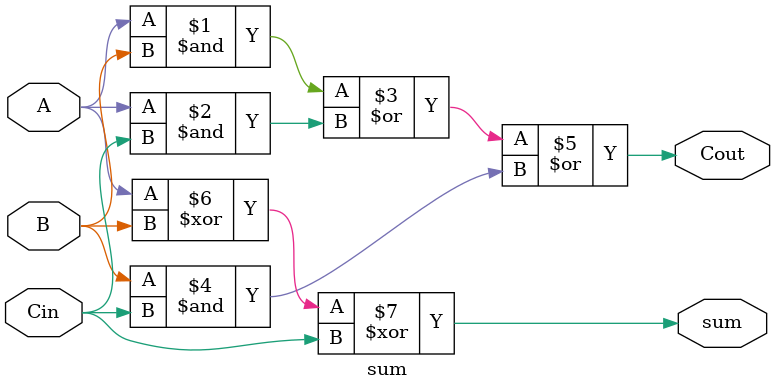
<source format=v>
`timescale 1ns / 1ps


module sum(
input A,
input B,
input Cin,
output sum,
output Cout
    );

assign Cout = (A & B) | (A & Cin) | (B & Cin);
assign sum = A ^ B ^ Cin;

endmodule

</source>
